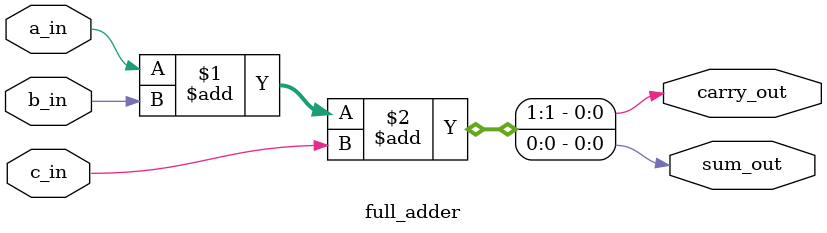
<source format=v>
module full_adder(input a_in , b_in, c_in,
                  output sum_out, carry_out);

assign  {carry_out, sum_out} = a_in + b_in + c_in;

endmodule


</source>
